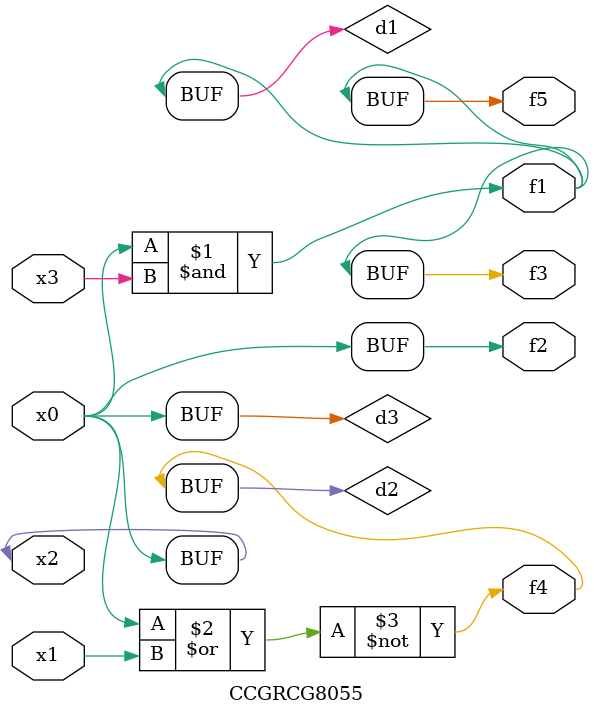
<source format=v>
module CCGRCG8055(
	input x0, x1, x2, x3,
	output f1, f2, f3, f4, f5
);

	wire d1, d2, d3;

	and (d1, x2, x3);
	nor (d2, x0, x1);
	buf (d3, x0, x2);
	assign f1 = d1;
	assign f2 = d3;
	assign f3 = d1;
	assign f4 = d2;
	assign f5 = d1;
endmodule

</source>
